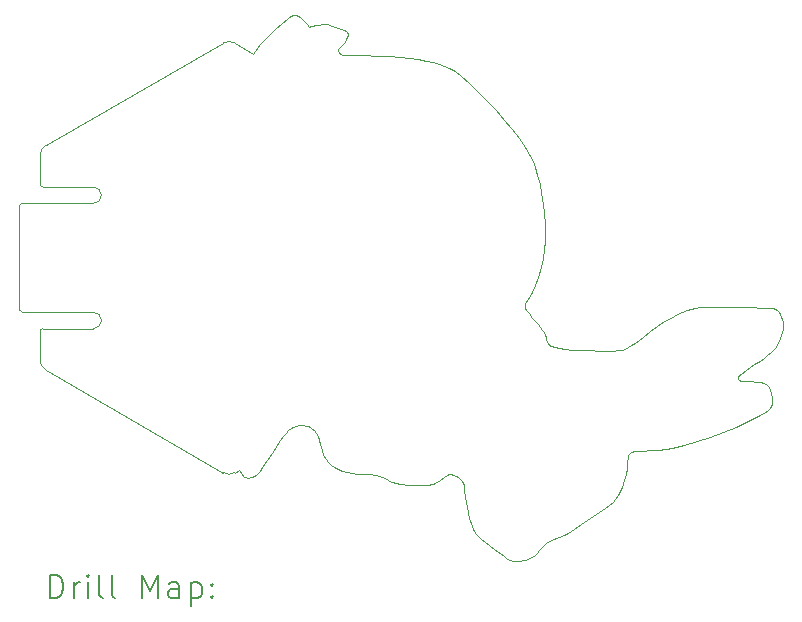
<source format=gbr>
%TF.GenerationSoftware,KiCad,Pcbnew,8.0.1*%
%TF.CreationDate,2024-04-20T17:21:37+01:00*%
%TF.ProjectId,rabbit,72616262-6974-42e6-9b69-6361645f7063,rev?*%
%TF.SameCoordinates,Original*%
%TF.FileFunction,Drillmap*%
%TF.FilePolarity,Positive*%
%FSLAX45Y45*%
G04 Gerber Fmt 4.5, Leading zero omitted, Abs format (unit mm)*
G04 Created by KiCad (PCBNEW 8.0.1) date 2024-04-20 17:21:37*
%MOMM*%
%LPD*%
G01*
G04 APERTURE LIST*
%ADD10C,0.050000*%
%ADD11C,0.100000*%
%ADD12C,0.200000*%
G04 APERTURE END LIST*
D10*
X12787920Y-11833727D02*
X12730532Y-11830491D01*
X15962654Y-11043268D02*
X16006760Y-11045718D01*
X14296366Y-10723719D02*
X14308779Y-10735756D01*
X16223098Y-10433738D02*
X16239929Y-10444284D01*
X16198351Y-11201318D02*
X16198795Y-11222531D01*
X15480566Y-10439556D02*
X15509669Y-10431787D01*
X14906849Y-11978457D02*
X14890119Y-12012100D01*
X12101181Y-11459763D02*
X12079809Y-11480502D01*
X14101626Y-9058887D02*
X14141847Y-9123663D01*
X12384786Y-11630069D02*
X12371470Y-11578052D01*
X16102366Y-11053747D02*
X16122387Y-11059256D01*
X12209207Y-11417624D02*
X12189153Y-11419867D01*
X15390768Y-10478070D02*
X15437909Y-10455883D01*
X13573230Y-11890239D02*
X13558480Y-11872987D01*
X15964257Y-10416557D02*
X16163598Y-10422872D01*
X14275060Y-9784002D02*
X14273370Y-9861190D01*
X13475665Y-11832991D02*
X13458921Y-11834205D01*
X13267181Y-8332997D02*
X13325392Y-8346135D01*
X16266800Y-10476530D02*
X16276539Y-10497436D01*
X12521583Y-11789536D02*
X12488980Y-11772576D01*
X12087698Y-7975198D02*
X12106880Y-7961828D01*
X14890058Y-10784926D02*
X14924131Y-10778536D01*
X12030301Y-11544761D02*
X11962460Y-11649553D01*
X12537103Y-8219023D02*
X12525905Y-8236316D01*
X12523598Y-8249786D02*
X12529118Y-8261857D01*
X10050000Y-9047373D02*
X11549999Y-8181347D01*
X15993433Y-11385380D02*
X15893668Y-11431083D01*
X12584329Y-8285164D02*
X12734432Y-8286637D01*
X12144147Y-11433447D02*
X12122161Y-11444586D01*
X15674443Y-11517284D02*
X15562428Y-11554854D01*
X14924131Y-10778536D02*
X14954010Y-10769928D01*
X14215627Y-10159976D02*
X14190518Y-10229939D01*
X13582940Y-11907648D02*
X13573230Y-11890239D01*
X14226795Y-12477365D02*
X14210802Y-12496523D01*
X13419947Y-11853256D02*
X13384773Y-11877428D01*
X12603232Y-8101183D02*
X12604385Y-8116546D01*
X15975372Y-10947761D02*
X15931214Y-10981945D01*
X14434588Y-12347943D02*
X14390402Y-12366375D01*
X16081671Y-11339893D02*
X15993433Y-11385380D01*
D11*
X10025000Y-9400000D02*
G75*
G02*
X10000000Y-9375000I0J25000D01*
G01*
D10*
X12730532Y-11830491D02*
X12684360Y-11828735D01*
X12124026Y-7952401D02*
X12139755Y-7946938D01*
X16177459Y-11110685D02*
X16188930Y-11149224D01*
X14006870Y-12566121D02*
X13981557Y-12560104D01*
X14851356Y-10789131D02*
X14890058Y-10784926D01*
X14944551Y-11879982D02*
X14923456Y-11938392D01*
X14288870Y-10708975D02*
X14296366Y-10723719D01*
X15780761Y-10414337D02*
X15964257Y-10416557D01*
X11649999Y-8181347D02*
X11804759Y-8270698D01*
X11841066Y-11825375D02*
X11825217Y-11839294D01*
X15166286Y-10619777D02*
X15226900Y-10576971D01*
X15226900Y-10576971D02*
X15284816Y-10538896D01*
X13518196Y-11843542D02*
X13496768Y-11835691D01*
X12575648Y-8073803D02*
X12589988Y-8081484D01*
X16276777Y-10656369D02*
X16268132Y-10681045D01*
X13628368Y-8518575D02*
X13707175Y-8593484D01*
X12558257Y-8195480D02*
X12537103Y-8219023D01*
X13328436Y-11911870D02*
X13312118Y-11917827D01*
X12139755Y-7946938D02*
X12154688Y-7945462D01*
X13690462Y-12337478D02*
X13675764Y-12315582D01*
X13345058Y-11903420D02*
X13328436Y-11911870D01*
X12559617Y-8282934D02*
X12584329Y-8285164D01*
X14641549Y-10784764D02*
X14758324Y-10791119D01*
X13011926Y-11904518D02*
X12981304Y-11896330D01*
X12981304Y-11896330D02*
X12955109Y-11886874D01*
X14161731Y-10291798D02*
X14128590Y-10347206D01*
X12371470Y-11578052D02*
X12361090Y-11538770D01*
X11649999Y-11818652D02*
X11686438Y-11797614D01*
X14494329Y-12315941D02*
X14467440Y-12332091D01*
X12892829Y-11857336D02*
X12843142Y-11842928D01*
X13600621Y-12023930D02*
X13591892Y-11954254D01*
X12106880Y-7961828D02*
X12124026Y-7952401D01*
X11649999Y-11818652D02*
G75*
G02*
X11549999Y-11818652I-50000J86602D01*
G01*
X14036935Y-12567686D02*
X14006870Y-12566121D01*
X13046710Y-11911392D02*
X13011926Y-11904518D01*
X11825217Y-11839294D02*
X11811200Y-11848964D01*
X16158069Y-10824945D02*
X16130586Y-10847362D01*
X12169444Y-7947995D02*
X12184642Y-7954558D01*
X11706854Y-11833395D02*
X11697571Y-11820888D01*
X14980566Y-11669892D02*
X14976939Y-11685334D01*
X12734432Y-8286637D02*
X12873025Y-8288265D01*
X14819956Y-12094341D02*
X14783502Y-12122140D01*
X14128590Y-10347206D02*
X14107848Y-10381004D01*
X11780632Y-11860190D02*
X11766979Y-11861938D01*
X13222102Y-11924845D02*
X13127689Y-11921017D01*
X13654604Y-12267632D02*
X13635799Y-12199719D01*
X14281751Y-10671829D02*
X14285138Y-10689972D01*
X14140718Y-12544668D02*
X14115184Y-12555170D01*
X13707175Y-8593484D02*
X13784317Y-8671552D01*
X16287875Y-10546830D02*
X16289171Y-10574525D01*
X14992849Y-11649970D02*
X14985752Y-11658294D01*
X12955109Y-11886874D02*
X12933611Y-11876193D01*
X16287354Y-10603689D02*
X16283138Y-10630672D01*
X14255993Y-9999108D02*
X14237733Y-10080254D01*
X14327263Y-10746636D02*
X14358170Y-10758670D01*
X11818584Y-8249548D02*
X11864826Y-8186826D01*
X10050000Y-10952627D02*
X11549999Y-11818652D01*
X14285138Y-10689972D02*
X14288870Y-10708975D01*
X14848594Y-12068058D02*
X14819956Y-12094341D01*
X14467440Y-12332091D02*
X14434588Y-12347943D01*
X16181954Y-11271581D02*
X16169974Y-11284389D01*
X12525905Y-8236316D02*
X12523598Y-8249786D01*
X13981557Y-12560104D02*
X13956830Y-12548138D01*
X14972951Y-11730033D02*
X14968527Y-11779054D01*
X15284816Y-10538896D02*
X15339588Y-10505835D01*
X15643682Y-10417206D02*
X15780761Y-10414337D01*
X14980132Y-10759069D02*
X15006559Y-10742611D01*
X13384773Y-11877428D02*
X13345058Y-11903420D01*
X12348901Y-11507052D02*
X12334265Y-11481535D01*
X15590345Y-10420655D02*
X15643682Y-10417206D01*
X13709245Y-12359398D02*
X13690462Y-12337478D01*
X12334265Y-11481535D02*
X12316543Y-11460855D01*
X14103908Y-10402772D02*
X14106473Y-10423174D01*
X13993846Y-8911462D02*
X14051837Y-8987577D01*
X15918099Y-10995645D02*
X15910562Y-11007449D01*
X12639856Y-11823585D02*
X12597544Y-11815218D01*
X14217027Y-10560281D02*
X14252503Y-10609114D01*
X14254103Y-12442908D02*
X14226795Y-12477365D01*
X14168700Y-10505723D02*
X14217027Y-10560281D01*
X12218848Y-7979865D02*
X12258200Y-8020514D01*
X16095622Y-10871358D02*
X16045416Y-10902702D01*
X12472482Y-8034117D02*
X12520473Y-8050788D01*
X16202519Y-10427184D02*
X16223098Y-10433738D01*
X14171135Y-9180179D02*
X14190936Y-9232244D01*
X15786097Y-11475539D02*
X15674443Y-11517284D01*
X12579338Y-8171888D02*
X12558257Y-8195480D01*
X14107848Y-10381004D02*
X14104614Y-10391508D01*
X15103419Y-10667034D02*
X15166286Y-10619777D01*
X12601751Y-8133534D02*
X12593619Y-8151610D01*
X10000000Y-9375000D02*
X10000000Y-9133975D01*
X14167340Y-12530507D02*
X14140718Y-12544668D01*
X11753656Y-11861075D02*
X11740823Y-11857695D01*
X15437909Y-10455883D02*
X15480566Y-10439556D01*
X13845319Y-12468492D02*
X13763085Y-12407547D01*
X12247541Y-11421255D02*
X12228676Y-11418088D01*
X14106473Y-10423174D02*
X14116148Y-10443989D01*
X16227117Y-10751582D02*
X16185832Y-10798339D01*
X13201833Y-8321080D02*
X13267181Y-8332997D01*
X11728639Y-11851892D02*
X11717263Y-11843761D01*
X14284675Y-12416858D02*
X14268437Y-12429201D01*
X16164496Y-11085483D02*
X16177459Y-11110685D01*
X14265440Y-10631412D02*
X14275187Y-10652313D01*
X13274837Y-11923889D02*
X13222102Y-11924845D01*
X13508937Y-8421256D02*
X13563300Y-8461990D01*
X16198795Y-11222531D02*
X16196271Y-11241048D01*
X14968527Y-11779054D02*
X14959318Y-11827953D01*
X13733118Y-12382402D02*
X13709245Y-12359398D01*
X11881875Y-11774827D02*
X11858916Y-11805941D01*
X16289171Y-10574525D02*
X16287354Y-10603689D01*
X12957933Y-8291637D02*
X13128845Y-8310283D01*
X16045416Y-10902702D02*
X15975372Y-10947761D01*
X16122387Y-11059256D02*
X16147115Y-11069659D01*
X10000000Y-9133975D02*
G75*
G02*
X10050002Y-9047376I100000J-5D01*
G01*
X13956830Y-12548138D02*
X13928527Y-12528728D01*
X12873025Y-8288265D02*
X12957933Y-8291637D01*
X13294715Y-11921699D02*
X13274837Y-11923889D01*
X15893668Y-11431083D02*
X15786097Y-11475539D01*
X10000000Y-10625000D02*
X10000000Y-10866024D01*
X16283614Y-10521002D02*
X16287875Y-10546830D01*
X12184642Y-7954558D02*
X12200904Y-7965174D01*
X12557946Y-11803809D02*
X12521583Y-11789536D01*
X16163598Y-10422872D02*
X16202519Y-10427184D01*
X13539061Y-11856117D02*
X13518196Y-11843542D01*
X11797008Y-11855544D02*
X11780632Y-11860190D01*
X13591892Y-11954254D02*
X13588773Y-11928043D01*
X14520626Y-12296616D02*
X14494329Y-12315941D01*
X14116148Y-10443989D02*
X14135900Y-10469933D01*
X12400412Y-8020522D02*
X12432266Y-8023969D01*
X13442505Y-11839904D02*
X13419947Y-11853256D01*
X12488980Y-11772576D02*
X12460658Y-11753105D01*
X12933611Y-11876193D02*
X12892829Y-11857336D01*
X12079809Y-11480502D02*
X12056648Y-11508327D01*
X14115184Y-12555170D02*
X14090453Y-12562268D01*
X14245215Y-9454826D02*
X14258739Y-9542515D01*
X13462245Y-8393901D02*
X13508937Y-8421256D01*
X14758324Y-10791119D02*
X14807591Y-10791184D01*
X14273350Y-9703671D02*
X14275060Y-9784002D01*
X12348437Y-8027190D02*
X12400412Y-8020522D01*
X14871341Y-12041306D02*
X14848594Y-12068058D01*
X13928527Y-12528728D02*
X13845319Y-12468492D01*
X16283138Y-10630672D02*
X16276777Y-10656369D01*
X14064909Y-12566321D02*
X14036935Y-12567686D01*
X16276539Y-10497436D02*
X16283614Y-10521002D01*
X16243440Y-10728387D02*
X16227117Y-10751582D01*
X11811200Y-11848964D02*
X11797008Y-11855544D01*
X11858916Y-11805941D02*
X11841066Y-11825375D01*
X12598807Y-8090054D02*
X12603232Y-8101183D01*
X15352202Y-11611615D02*
X15296000Y-11621205D01*
D11*
X10000000Y-10625000D02*
G75*
G02*
X10025000Y-10600000I25000J0D01*
G01*
D10*
X12000139Y-8051028D02*
X12087698Y-7975198D01*
X15910562Y-11007449D02*
X15908306Y-11017632D01*
X12168534Y-11424824D02*
X12144147Y-11433447D01*
X12460658Y-11753105D02*
X12437141Y-11731300D01*
X16188930Y-11149224D02*
X16195032Y-11177015D01*
X14512318Y-10777577D02*
X14641549Y-10784764D01*
X15006559Y-10742611D02*
X15038748Y-10718460D01*
X13784317Y-8671552D02*
X13858720Y-8751722D01*
X15029116Y-11638933D02*
X15014179Y-11640860D01*
X13422420Y-8376485D02*
X13462245Y-8393901D01*
X14090453Y-12562268D02*
X14064909Y-12566321D01*
X13616531Y-12112118D02*
X13600621Y-12023930D01*
X14985752Y-11658294D02*
X14980566Y-11669892D01*
X14210802Y-12496523D02*
X14190842Y-12514348D01*
X14252503Y-10609114D02*
X14265440Y-10631412D01*
X12279475Y-8045232D02*
X12294015Y-8040198D01*
X16169974Y-11284389D02*
X16154658Y-11296085D01*
X14976939Y-11685334D02*
X14972951Y-11730033D01*
X14211009Y-9299548D02*
X14229665Y-9375829D01*
X14275187Y-10652313D02*
X14281751Y-10671829D01*
X13376970Y-8360597D02*
X13422420Y-8376485D01*
X16006760Y-11045718D02*
X16081603Y-11050261D01*
X13929018Y-8832268D02*
X13993846Y-8911462D01*
X16257065Y-10704962D02*
X16243440Y-10728387D01*
X14141847Y-9123663D02*
X14171135Y-9180179D01*
X15339588Y-10505835D02*
X15390768Y-10478070D01*
X16239929Y-10444284D02*
X16254546Y-10458680D01*
X15509669Y-10431787D02*
X15545968Y-10425501D01*
X14890119Y-12012100D02*
X14871341Y-12041306D01*
X16156541Y-11076646D02*
X16164496Y-11085483D01*
X12520473Y-8050788D02*
X12575648Y-8073803D01*
X15908306Y-11017632D02*
X15911032Y-11026467D01*
X11864826Y-8186826D02*
X11909124Y-8135697D01*
X12300301Y-11446925D02*
X12283374Y-11435679D01*
X10050000Y-10952627D02*
G75*
G02*
X9999996Y-10866024I50000J86607D01*
G01*
X16190689Y-11257266D02*
X16181954Y-11271581D01*
X12294015Y-8040198D02*
X12348437Y-8027190D01*
X12684360Y-11828735D02*
X12639856Y-11823585D01*
X16195032Y-11177015D02*
X16198351Y-11201318D01*
X14273370Y-9861190D02*
X14267443Y-9929489D01*
X11766979Y-11861938D02*
X11753656Y-11861075D01*
X15453773Y-11586786D02*
X15352202Y-11611615D01*
X16081603Y-11050261D02*
X16102366Y-11053747D01*
X14229665Y-9375829D02*
X14245215Y-9454826D01*
X11697571Y-11820888D02*
X11689573Y-11806335D01*
X11740823Y-11857695D02*
X11728639Y-11851892D01*
X16268132Y-10681045D02*
X16257065Y-10704962D01*
X15911032Y-11026467D02*
X15919307Y-11034550D01*
X13312118Y-11917827D02*
X13294715Y-11921699D01*
X14268437Y-12429201D02*
X14254103Y-12442908D01*
X13763085Y-12407547D02*
X13733118Y-12382402D01*
X14051837Y-8987577D02*
X14101626Y-9058887D01*
X13588773Y-11928043D02*
X13582940Y-11907648D01*
X15038748Y-10718460D02*
X15103419Y-10667034D01*
X14190936Y-9232244D02*
X14211009Y-9299548D01*
X13664146Y-12292653D02*
X13654604Y-12267632D01*
X12258200Y-8020514D02*
X12279475Y-8045232D01*
X12189153Y-11419867D02*
X12168534Y-11424824D01*
X13558480Y-11872987D02*
X13539061Y-11856117D01*
X14190518Y-10229939D02*
X14161731Y-10291798D01*
X11962460Y-11649553D02*
X11881875Y-11774827D01*
X12529118Y-8261857D02*
X12537904Y-8270897D01*
X12154688Y-7945462D02*
X12169444Y-7947995D01*
X13675764Y-12315582D02*
X13664146Y-12292653D01*
X14959318Y-11827953D02*
X14944551Y-11879982D01*
X12437141Y-11731300D02*
X12416633Y-11704387D01*
X12283374Y-11435679D02*
X12265780Y-11427120D01*
X15014179Y-11640860D02*
X15002207Y-11644349D01*
X14679462Y-12190222D02*
X14578640Y-12254622D01*
X11549999Y-8181347D02*
G75*
G02*
X11649999Y-8181347I50000J-86602D01*
G01*
X12548786Y-8278889D02*
X12559617Y-8282934D01*
X12416633Y-11704387D02*
X12399511Y-11671412D01*
X16185832Y-10798339D02*
X16158069Y-10824945D01*
X14237733Y-10080254D02*
X14215627Y-10159976D01*
X13563300Y-8461990D02*
X13628368Y-8518575D01*
X13635799Y-12199719D02*
X13616531Y-12112118D01*
X14783502Y-12122140D02*
X14679462Y-12190222D01*
X14807591Y-10791184D02*
X14851356Y-10789131D01*
X11804759Y-8270698D02*
X11818584Y-8249548D01*
X11689573Y-11806335D02*
X11686438Y-11797614D01*
X14954010Y-10769928D02*
X14980132Y-10759069D01*
X12228676Y-11418088D02*
X12209207Y-11417624D01*
X15227559Y-11626034D02*
X15029116Y-11638933D01*
X14358170Y-10758670D02*
X14397083Y-10767465D01*
X11909124Y-8135697D02*
X12000139Y-8051028D01*
X14447350Y-10773581D02*
X14512318Y-10777577D01*
X14267443Y-9929489D02*
X14255993Y-9999108D01*
X14258739Y-9542515D02*
X14268014Y-9624320D01*
X14397083Y-10767465D02*
X14447350Y-10773581D01*
X12604385Y-8116546D02*
X12601751Y-8133534D01*
X12200904Y-7965174D02*
X12218848Y-7979865D01*
X12265780Y-11427120D02*
X12247541Y-11421255D01*
X13496768Y-11835691D02*
X13475665Y-11832991D01*
X13458921Y-11834205D02*
X13442505Y-11839904D01*
X14135900Y-10469933D02*
X14168700Y-10505723D01*
X12361090Y-11538770D02*
X12348901Y-11507052D01*
X15931214Y-10981945D02*
X15918099Y-10995645D01*
X12122161Y-11444586D02*
X12101181Y-11459763D01*
X16154658Y-11296085D02*
X16081671Y-11339893D01*
X12399511Y-11671412D02*
X12384786Y-11630069D01*
X12432266Y-8023969D02*
X12472482Y-8034117D01*
X14104614Y-10391508D02*
X14103908Y-10402772D01*
X13325392Y-8346135D02*
X13376970Y-8360597D01*
X12589988Y-8081484D02*
X12598807Y-8090054D01*
X16130586Y-10847362D02*
X16095622Y-10871358D01*
X12537904Y-8270897D02*
X12548786Y-8278889D01*
X15562428Y-11554854D02*
X15453773Y-11586786D01*
X14268014Y-9624320D02*
X14273350Y-9703671D01*
X13858720Y-8751722D02*
X13929018Y-8832268D01*
X13128845Y-8310283D02*
X13201833Y-8321080D01*
X14190842Y-12514348D02*
X14167340Y-12530507D01*
X12593619Y-8151610D02*
X12579338Y-8171888D01*
X16254546Y-10458680D02*
X16266800Y-10476530D01*
X14923456Y-11938392D02*
X14906849Y-11978457D01*
X15296000Y-11621205D02*
X15227559Y-11626034D01*
X13127689Y-11921017D02*
X13046710Y-11911392D01*
X12597544Y-11815218D02*
X12557946Y-11803809D01*
X14308779Y-10735756D02*
X14327263Y-10746636D01*
X15935008Y-11039848D02*
X15962654Y-11043268D01*
X11717263Y-11843761D02*
X11706854Y-11833395D01*
X14390402Y-12366375D02*
X14327208Y-12393314D01*
X12056648Y-11508327D02*
X12030301Y-11544761D01*
X14327208Y-12393314D02*
X14284675Y-12416858D01*
X12843142Y-11842928D02*
X12787920Y-11833727D01*
X14578640Y-12254622D02*
X14520626Y-12296616D01*
X12316543Y-11460855D02*
X12300301Y-11446925D01*
X15545968Y-10425501D02*
X15590345Y-10420655D01*
X16196271Y-11241048D02*
X16190689Y-11257266D01*
X15919307Y-11034550D02*
X15935008Y-11039848D01*
X15002207Y-11644349D02*
X14992849Y-11649970D01*
X16147115Y-11069659D02*
X16156541Y-11076646D01*
X9825000Y-10440000D02*
X9825000Y-9560000D01*
X10450000Y-9400000D02*
X10025000Y-9400000D01*
X10450000Y-9540000D02*
X9845000Y-9540000D01*
X10450000Y-10460000D02*
X9845000Y-10460000D01*
X10450000Y-10600000D02*
X10025000Y-10600000D01*
X9825000Y-9560000D02*
G75*
G02*
X9845000Y-9540000I20000J0D01*
G01*
X9845000Y-10460000D02*
G75*
G02*
X9825000Y-10440000I0J20000D01*
G01*
X10450000Y-9400000D02*
G75*
G02*
X10520000Y-9470000I0J-70000D01*
G01*
X10450000Y-10460000D02*
G75*
G02*
X10520000Y-10530000I0J-70000D01*
G01*
X10520000Y-9470000D02*
G75*
G02*
X10450000Y-9540000I-70000J0D01*
G01*
X10520000Y-10530000D02*
G75*
G02*
X10450000Y-10600000I-70000J0D01*
G01*
D12*
X10083277Y-12881670D02*
X10083277Y-12681670D01*
X10083277Y-12681670D02*
X10130896Y-12681670D01*
X10130896Y-12681670D02*
X10159467Y-12691194D01*
X10159467Y-12691194D02*
X10178515Y-12710242D01*
X10178515Y-12710242D02*
X10188039Y-12729289D01*
X10188039Y-12729289D02*
X10197563Y-12767384D01*
X10197563Y-12767384D02*
X10197563Y-12795956D01*
X10197563Y-12795956D02*
X10188039Y-12834051D01*
X10188039Y-12834051D02*
X10178515Y-12853099D01*
X10178515Y-12853099D02*
X10159467Y-12872146D01*
X10159467Y-12872146D02*
X10130896Y-12881670D01*
X10130896Y-12881670D02*
X10083277Y-12881670D01*
X10283277Y-12881670D02*
X10283277Y-12748337D01*
X10283277Y-12786432D02*
X10292801Y-12767384D01*
X10292801Y-12767384D02*
X10302324Y-12757861D01*
X10302324Y-12757861D02*
X10321372Y-12748337D01*
X10321372Y-12748337D02*
X10340420Y-12748337D01*
X10407086Y-12881670D02*
X10407086Y-12748337D01*
X10407086Y-12681670D02*
X10397563Y-12691194D01*
X10397563Y-12691194D02*
X10407086Y-12700718D01*
X10407086Y-12700718D02*
X10416610Y-12691194D01*
X10416610Y-12691194D02*
X10407086Y-12681670D01*
X10407086Y-12681670D02*
X10407086Y-12700718D01*
X10530896Y-12881670D02*
X10511848Y-12872146D01*
X10511848Y-12872146D02*
X10502324Y-12853099D01*
X10502324Y-12853099D02*
X10502324Y-12681670D01*
X10635658Y-12881670D02*
X10616610Y-12872146D01*
X10616610Y-12872146D02*
X10607086Y-12853099D01*
X10607086Y-12853099D02*
X10607086Y-12681670D01*
X10864229Y-12881670D02*
X10864229Y-12681670D01*
X10864229Y-12681670D02*
X10930896Y-12824527D01*
X10930896Y-12824527D02*
X10997563Y-12681670D01*
X10997563Y-12681670D02*
X10997563Y-12881670D01*
X11178515Y-12881670D02*
X11178515Y-12776908D01*
X11178515Y-12776908D02*
X11168991Y-12757861D01*
X11168991Y-12757861D02*
X11149944Y-12748337D01*
X11149944Y-12748337D02*
X11111848Y-12748337D01*
X11111848Y-12748337D02*
X11092801Y-12757861D01*
X11178515Y-12872146D02*
X11159467Y-12881670D01*
X11159467Y-12881670D02*
X11111848Y-12881670D01*
X11111848Y-12881670D02*
X11092801Y-12872146D01*
X11092801Y-12872146D02*
X11083277Y-12853099D01*
X11083277Y-12853099D02*
X11083277Y-12834051D01*
X11083277Y-12834051D02*
X11092801Y-12815004D01*
X11092801Y-12815004D02*
X11111848Y-12805480D01*
X11111848Y-12805480D02*
X11159467Y-12805480D01*
X11159467Y-12805480D02*
X11178515Y-12795956D01*
X11273753Y-12748337D02*
X11273753Y-12948337D01*
X11273753Y-12757861D02*
X11292801Y-12748337D01*
X11292801Y-12748337D02*
X11330896Y-12748337D01*
X11330896Y-12748337D02*
X11349943Y-12757861D01*
X11349943Y-12757861D02*
X11359467Y-12767384D01*
X11359467Y-12767384D02*
X11368991Y-12786432D01*
X11368991Y-12786432D02*
X11368991Y-12843575D01*
X11368991Y-12843575D02*
X11359467Y-12862623D01*
X11359467Y-12862623D02*
X11349943Y-12872146D01*
X11349943Y-12872146D02*
X11330896Y-12881670D01*
X11330896Y-12881670D02*
X11292801Y-12881670D01*
X11292801Y-12881670D02*
X11273753Y-12872146D01*
X11454705Y-12862623D02*
X11464229Y-12872146D01*
X11464229Y-12872146D02*
X11454705Y-12881670D01*
X11454705Y-12881670D02*
X11445182Y-12872146D01*
X11445182Y-12872146D02*
X11454705Y-12862623D01*
X11454705Y-12862623D02*
X11454705Y-12881670D01*
X11454705Y-12757861D02*
X11464229Y-12767384D01*
X11464229Y-12767384D02*
X11454705Y-12776908D01*
X11454705Y-12776908D02*
X11445182Y-12767384D01*
X11445182Y-12767384D02*
X11454705Y-12757861D01*
X11454705Y-12757861D02*
X11454705Y-12776908D01*
M02*

</source>
